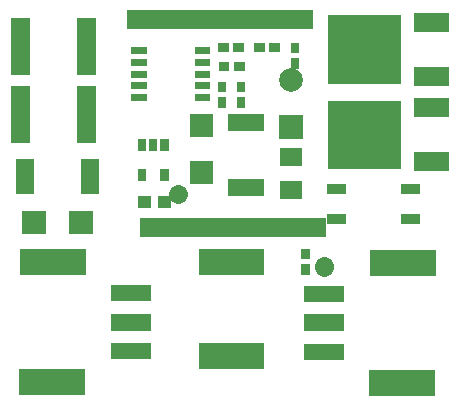
<source format=gbr>
G04 start of page 11 for group -4015 idx -4015 *
G04 Title: bluenodes actor 52832 19, toppaste *
G04 Creator: pcb.exe 20130205 *
G04 CreationDate: 10.05.2017 20:52:52 UTC *
G04 Format: Gerber/RS-274X *
G04 PCB-Dimensions (mil): 1496.06 1299.21 *
G04 PCB-Coordinate-Origin: lower left *
%MOIN*%
%FSLAX25Y25*%
%LNTOPPASTE*%
%ADD307R,0.0591X0.0591*%
%ADD306C,0.0630*%
%ADD305R,0.0630X0.0630*%
%ADD304R,0.0394X0.0394*%
%ADD303R,0.0280X0.0280*%
%ADD302R,0.0236X0.0236*%
%ADD301C,0.0787*%
%ADD300R,0.2280X0.2280*%
%ADD299R,0.0630X0.0630*%
%ADD298C,0.0001*%
%ADD297R,0.0630X0.0630*%
%ADD296R,0.0866X0.0866*%
%ADD295R,0.0551X0.0551*%
%ADD294R,0.0276X0.0276*%
%ADD293R,0.0315X0.0315*%
G54D293*X134252Y70079D02*X137401D01*
X134252Y60079D02*X137401D01*
X109448Y70079D02*X112598D01*
X109448Y60079D02*X112598D01*
G54D294*X100787Y48818D02*Y48031D01*
Y43701D02*Y42914D01*
G54D295*X38780Y16142D02*X46654D01*
X38780Y25591D02*X46654D01*
X38780Y35433D02*X46654D01*
G54D296*X9646Y5709D02*X23031D01*
X10039Y45866D02*X23425D01*
G54D297*X27773Y123925D02*Y111327D01*
X5727Y123925D02*Y111327D01*
X5791Y101122D02*Y88524D01*
X27837Y101122D02*Y88524D01*
G54D298*G36*
X21933Y62829D02*Y54959D01*
X29803D01*
Y62829D01*
X21933D01*
G37*
G36*
X6233D02*Y54959D01*
X14103D01*
Y62829D01*
X6233D01*
G37*
G54D299*X139944Y107535D02*X145444D01*
X139944Y125535D02*X145444D01*
G54D300*X119594Y116535D02*X121194D01*
G54D299*X140022Y79189D02*X145522D01*
X140022Y97189D02*X145522D01*
G54D300*X119672Y88189D02*X121272D01*
G54D294*X73161Y110941D02*X73948D01*
X78278D02*X79065D01*
X79262Y104452D02*Y103665D01*
Y99335D02*Y98548D01*
G54D297*X95538Y80776D02*X96324D01*
X95538Y69754D02*X96324D01*
G54D298*G36*
X91931Y94683D02*Y86813D01*
X99801D01*
Y94683D01*
X91931D01*
G37*
G54D301*X95866Y106448D03*
G54D294*X97207Y117428D02*Y116641D01*
Y112311D02*Y111524D01*
X72994Y104437D02*Y103650D01*
Y99320D02*Y98533D01*
X90120Y117232D02*X90907D01*
X85003D02*X85790D01*
X78111D02*X78898D01*
X72994D02*X73781D01*
G54D298*G36*
X62169Y79483D02*Y71613D01*
X70039D01*
Y79483D01*
X62169D01*
G37*
G36*
Y95183D02*Y87313D01*
X70039D01*
Y95183D01*
X62169D01*
G37*
G54D302*X65137Y100539D02*X67893D01*
X65137Y104476D02*X67893D01*
X65137Y108413D02*X67893D01*
X65137Y112350D02*X67893D01*
X65137Y116287D02*X67893D01*
X43877D02*X46633D01*
X43877Y112350D02*X46633D01*
X43877Y108413D02*X46633D01*
X43877Y104476D02*X46633D01*
X43877Y100539D02*X46633D01*
G54D303*X53781Y85441D02*Y84241D01*
X49981Y85441D02*Y84241D01*
X46181Y85441D02*Y84241D01*
Y75241D02*Y74041D01*
X53781Y75241D02*Y74041D01*
G54D304*X53702Y65657D02*X54096D01*
X47010D02*X47404D01*
G54D305*X44331Y126732D02*X100236D01*
X48622Y57283D02*X104528D01*
G54D295*X102953Y35039D02*X110827D01*
X102953Y25591D02*X110827D01*
X102953Y15748D02*X110827D01*
G54D296*X126575Y45472D02*X139961D01*
X126181Y5315D02*X139567D01*
G54D306*X58268Y68504D02*Y68307D01*
X106890Y44291D02*Y44094D01*
G54D296*X69567Y14370D02*X82559D01*
X69567Y45866D02*X82559D01*
G54D307*X77913Y92244D02*X83819D01*
X77913Y70591D02*X83819D01*
X28819Y77283D02*Y71378D01*
X7165Y77283D02*Y71378D01*
M02*

</source>
